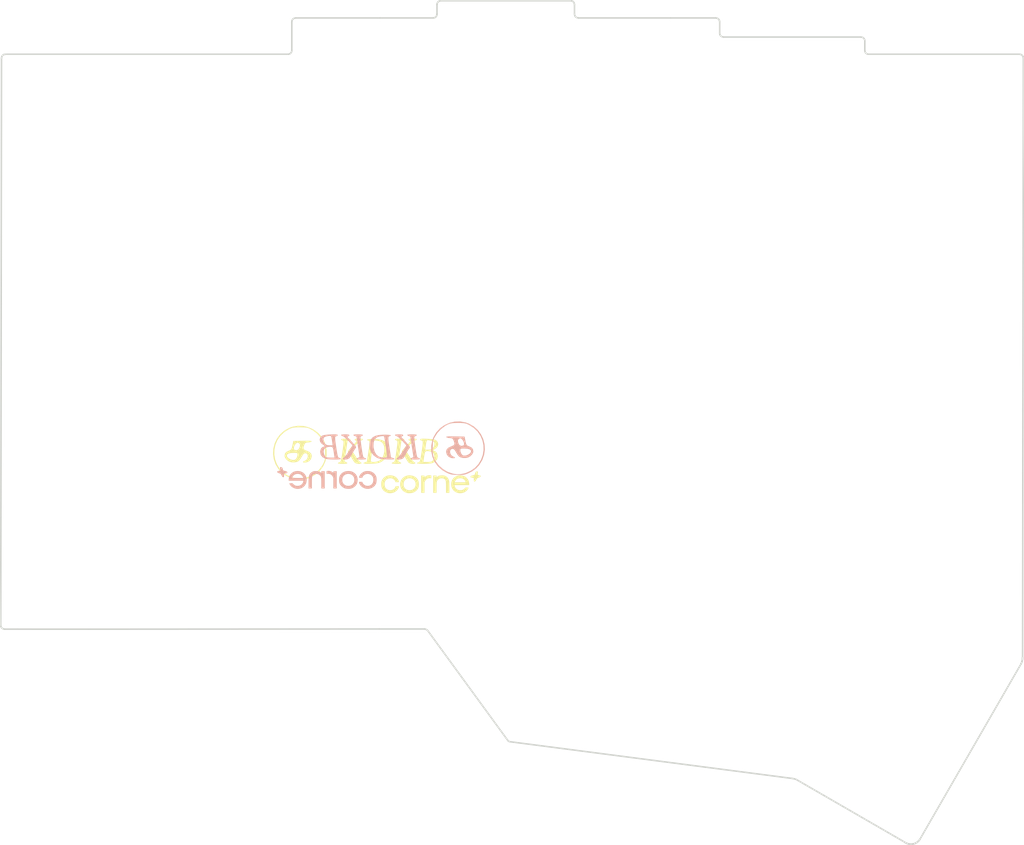
<source format=kicad_pcb>
(kicad_pcb (version 20240108) (generator "pcbnew") (generator_version "8.0")
  (title_block (title "Corne Light") (date "2020-11-12") (rev "2.0") (company "foostan"))
  (layers (0 "F.Cu" signal) (31 "B.Cu" signal) (34 "B.Paste" user) (35 "F.Paste" user) (36 "B.SilkS" user "B.Silkscreen") (37 "F.SilkS" user "F.Silkscreen") (38 "B.Mask" user) (39 "F.Mask" user) (44 "Edge.Cuts" user))
  (net 0 "")
  (footprint "kbd:corne-logo-horizontal" (layer "F.Cu") (at 68.426286 93.345)
    (property "Reference" "G***" (hide yes))
    (property "Value" "LOGO" (hide yes))
  )
  (footprint "" (layer "F.Cu") (at 31.4625 93.495)
    (property "Reference" "" (at 0 0 0) (layer "F.SilkS") (effects (font (size 1.27 1.27))))
    (property "Value" "")
    (pad "" np_thru_hole circle (at 0 0 180) (size 2.3 2.3) (drill 2.3) (layers "*.Cu" "*.Mask"))
  )
  (footprint "" (layer "F.Cu") (at 74.5125 110.645)
    (property "Reference" "" (at -1.795107 -0.040289 0) (layer "F.SilkS") (effects (font (size 1.27 1.27))))
    (property "Value" "")
    (pad "" np_thru_hole circle (at 0 0 180) (size 2.3 2.3) (drill 2.3) (layers "*.Cu" "*.Mask"))
  )
  (footprint "" (layer "F.Cu") (at 69.4625 48.345)
    (property "Reference" "" (at 0 0 0) (layer "F.SilkS") (effects (font (size 1.27 1.27))))
    (property "Value" "")
    (pad "" np_thru_hole circle (at 0 0 180) (size 2.3 2.3) (drill 2.3) (layers "*.Cu" "*.Mask"))
  )
  (footprint "kdkb_tools:plus" (layer "F.Cu") (at 74.9125 92.245)
    (property "Reference" "G***" (hide yes))
    (property "Value" "LOGO" (hide yes))
  )
  (footprint "kbd:thread_m2" (layer "F.Cu") (at 120.986568 118.537904)
    (property "Reference" "Ref**" (hide yes))
    (property "Value" "Val**" (hide yes))
    (pad "" np_thru_hole circle (at 0 0) (size 2.3 2.3) (drill 2.3) (layers "*.Cu" "*.Mask"))
  )
  (footprint "" (layer "F.Cu") (at 31.5125 55.445)
    (property "Reference" "" (at 0 0 0) (layer "F.SilkS") (effects (font (size 1.27 1.27))))
    (property "Value" "")
    (pad "" np_thru_hole circle (at 0 0 180) (size 2.3 2.3) (drill 2.3) (layers "*.Cu" "*.Mask"))
  )
  (footprint "" (layer "F.Cu") (at 107.4125 51.945)
    (property "Reference" "" (at 0 0 0) (layer "F.SilkS") (effects (font (size 1.27 1.27))))
    (property "Value" "")
    (pad "" np_thru_hole circle (at 0 0 180) (size 2.3 2.3) (drill 2.3) (layers "*.Cu" "*.Mask"))
  )
  (footprint "" (layer "F.Cu") (at 88.4125 86.395)
    (property "Reference" "" (at 0 0 0) (layer "F.SilkS") (effects (font (size 1.27 1.27))))
    (property "Value" "")
    (pad "" np_thru_hole circle (at 0 0 180) (size 2.3 2.3) (drill 2.3) (layers "*.Cu" "*.Mask"))
  )
  (footprint "" (layer "F.Cu") (at 69.4625 48.345)
    (property "Reference" "" (at 0 0 0) (layer "F.SilkS") (effects (font (size 1.27 1.27))))
    (property "Value" "")
    (pad "" np_thru_hole circle (at 0 0 180) (size 2.3 2.3) (drill 2.3) (layers "*.Cu" "*.Mask"))
  )
  (footprint "" (layer "F.Cu") (at 88.4125 86.395)
    (property "Reference" "" (at 0 0 0) (layer "F.SilkS") (effects (font (size 1.27 1.27))))
    (property "Value" "")
    (pad "" np_thru_hole circle (at 0 0 180) (size 2.3 2.3) (drill 2.3) (layers "*.Cu" "*.Mask"))
  )
  (footprint "" (layer "F.Cu") (at 88.4125 86.395)
    (property "Reference" "" (at 0 0 0) (layer "F.SilkS") (effects (font (size 1.27 1.27))))
    (property "Value" "")
    (pad "" np_thru_hole circle (at 0 0 180) (size 2.3 2.3) (drill 2.3) (layers "*.Cu" "*.Mask"))
  )
  (footprint "" (layer "F.Cu") (at 50.5125 74.445)
    (property "Reference" "" (at 0 0 0) (layer "F.SilkS") (effects (font (size 1.27 1.27))))
    (property "Value" "")
    (pad "" np_thru_hole circle (at 0 0 180) (size 2.3 2.3) (drill 2.3) (layers "*.Cu" "*.Mask"))
  )
  (footprint "" (layer "F.Cu") (at 69.4625 48.345)
    (property "Reference" "" (at 0 0 0) (layer "F.SilkS") (effects (font (size 1.27 1.27))))
    (property "Value" "")
    (pad "" np_thru_hole circle (at 0 0 180) (size 2.3 2.3) (drill 2.3) (layers "*.Cu" "*.Mask"))
  )
  (footprint "" (layer "F.Cu") (at 31.4625 93.495)
    (property "Reference" "" (at 0 0 0) (layer "F.SilkS") (effects (font (size 1.27 1.27))))
    (property "Value" "")
    (pad "" np_thru_hole circle (at 0 0 180) (size 2.3 2.3) (drill 2.3) (layers "*.Cu" "*.Mask"))
  )
  (footprint "" (layer "F.Cu") (at 31.4625 93.495)
    (property "Reference" "" (at 0 0 0) (layer "F.SilkS") (effects (font (size 1.27 1.27))))
    (property "Value" "")
    (pad "" np_thru_hole circle (at 0 0 180) (size 2.3 2.3) (drill 2.3) (layers "*.Cu" "*.Mask"))
  )
  (footprint "kdkb_tools:KBKD_name" (layer "F.Cu") (at 68.5125 89.245)
    (property "Reference" "G***" (hide yes))
    (property "Value" "LOGO" (hide yes))
  )
  (footprint "kdkb_tools:KBKD_name" (layer "B.Cu") (at 56.011218 88.675593 180)
    (property "Reference" "G***" (hide yes))
    (property "Value" "LOGO" (hide yes))
  )
  (footprint "kbd:thread_m2" (layer "B.Cu") (at 74.5125 110.645 180)
    (property "Reference" "Ref**" (hide yes))
    (property "Value" "Val**" (hide yes))
    (pad "" np_thru_hole circle (at 0 0 180) (size 2.3 2.3) (drill 2.3) (layers "*.Cu" "*.Mask"))
  )
  (footprint "kbd:thread_m2" (layer "B.Cu") (at 107.4125 51.945 180)
    (property "Reference" "Ref**" (hide yes))
    (property "Value" "Val**" (hide yes))
    (pad "" np_thru_hole circle (at 0 0 180) (size 2.3 2.3) (drill 2.3) (layers "*.Cu" "*.Mask"))
  )
  (footprint "kbd:thread_m2" (layer "B.Cu") (at 50.5125 74.445 180)
    (property "Reference" "Ref**" (hide yes))
    (property "Value" "Val**" (hide yes))
    (pad "" np_thru_hole circle (at 0 0 180) (size 2.3 2.3) (drill 2.3) (layers "*.Cu" "*.Mask"))
  )
  (footprint "kbd:corne-logo-horizontal" (layer "B.Cu") (at 56.097432 92.775593 180)
    (property "Reference" "G***" (hide yes))
    (property "Value" "LOGO" (hide yes))
  )
  (footprint "kbd:thread_m2" (layer "B.Cu") (at 31.4625 93.495 180)
    (property "Reference" "Ref**" (hide yes))
    (property "Value" "Val**" (hide yes))
    (pad "" np_thru_hole circle (at 0 0 180) (size 2.3 2.3) (drill 2.3) (layers "*.Cu" "*.Mask"))
  )
  (footprint "kbd:thread_m2" (layer "B.Cu") (at 88.4125 86.395 180)
    (property "Reference" "Ref**" (hide yes))
    (property "Value" "Val**" (hide yes))
    (pad "" np_thru_hole circle (at 0 0 180) (size 2.3 2.3) (drill 2.3) (layers "*.Cu" "*.Mask"))
  )
  (footprint "kbd:thread_m2" (layer "B.Cu") (at 31.5125 55.445 180)
    (property "Reference" "Ref**" (hide yes))
    (property "Value" "Val**" (hide yes))
    (pad "" np_thru_hole circle (at 0 0 180) (size 2.3 2.3) (drill 2.3) (layers "*.Cu" "*.Mask"))
  )
  (footprint "" (layer "B.Cu") (at 120.986568 118.537904 180)
    (property "Reference" "" (at 0 0 0) (layer "B.SilkS") (effects (font (size 1.27 1.27)) (justify mirror)))
    (property "Value" "")
    (pad "" np_thru_hole circle (at 0 0) (size 2.3 2.3) (drill 2.3) (layers "*.Cu" "*.Mask"))
  )
  (footprint "kdkb_tools:plus" (layer "B.Cu") (at 49.611218 91.675593 180)
    (property "Reference" "G***" (hide yes))
    (property "Value" "LOGO" (hide yes))
  )
  (footprint "kbd:thread_m2" (layer "B.Cu") (at 69.4625 48.345 180)
    (property "Reference" "Ref**" (hide yes))
    (property "Value" "Val**" (hide yes))
    (pad "" np_thru_hole circle (at 0 0 180) (size 2.3 2.3) (drill 2.3) (layers "*.Cu" "*.Mask"))
  )
  (gr_line (start 125.959253 36.781358) (end 126.060853 36.880418) (stroke (width 0.2)) (layer "Edge.Cuts"))
  (gr_line (start 68.61279 112.377582) (end 68.49595 112.291222) (stroke (width 0.2)) (layer "Edge.Cuts"))
  (gr_line (start 87.658631 30.078304) (end 87.529091 30.009724) (stroke (width 0.2)) (layer "Edge.Cuts"))
  (gr_line (start 50.760087 36.778818) (end 50.831207 36.649278) (stroke (width 0.2)) (layer "Edge.Cuts"))
  (gr_line (start 69.360489 32.229682) (end 62.411056 32.229682) (stroke (width 0.2)) (layer "Edge.Cuts"))
  (gr_line (start 88.059951 32.130622) (end 88.19203 32.201742) (stroke (width 0.2)) (layer "Edge.Cuts"))
  (gr_line (start 146.481122 116.231282) (end 146.498902 116.048402) (stroke (width 0.2)) (layer "Edge.Cuts"))
  (gr_line (start 79.420479 126.972407) (end 79.509379 126.980027) (stroke (width 0.2)) (layer "Edge.Cuts"))
  (gr_line (start 88.19203 32.201742) (end 88.35967 32.229682) (stroke (width 0.2)) (layer "Edge.Cuts"))
  (gr_line (start 146.402383 116.551322) (end 146.448102 116.396382) (stroke (width 0.2)) (layer "Edge.Cuts"))
  (gr_line (start 132.257507 140.332794) (end 132.409907 140.281994) (stroke (width 0.2)) (layer "Edge.Cuts"))
  (gr_line (start 133.057606 139.761295) (end 146.283373 116.827657) (stroke (width 0.2)) (layer "Edge.Cuts"))
  (gr_line (start 50.831207 36.649278) (end 50.859147 36.481638) (stroke (width 0.2)) (layer "Edge.Cuts"))
  (gr_line (start 106.360632 32.229682) (end 100.411958 32.229682) (stroke (width 0.2)) (layer "Edge.Cuts"))
  (gr_line (start 50.889627 32.562422) (end 50.859147 32.730062) (stroke (width 0.2)) (layer "Edge.Cuts"))
  (gr_line (start 125.860193 36.479098) (end 125.890673 36.651818) (stroke (width 0.2)) (layer "Edge.Cuts"))
  (gr_line (start 87.358911 29.979244) (end 87.358911 29.979244) (stroke (width 0.2)) (layer "Edge.Cuts"))
  (gr_line (start 87.859291 30.479624) (end 87.831351 30.309444) (stroke (width 0.2)) (layer "Edge.Cuts"))
  (gr_line (start 131.901907 140.378514) (end 132.089867 140.365814) (stroke (width 0.2)) (layer "Edge.Cuts"))
  (gr_line (start 50.358768 36.979478) (end 50.531488 36.951538) (stroke (width 0.2)) (layer "Edge.Cuts"))
  (gr_line (start 116.512062 131.798403) (end 116.339342 131.770463) (stroke (width 0.2)) (layer "Edge.Cuts"))
  (gr_line (start 131.393908 140.279454) (end 131.546307 140.330254) (stroke (width 0.2)) (layer "Edge.Cuts"))
  (gr_line (start 12.859845 112.029602) (end 12.961445 112.131202) (stroke (width 0.2)) (layer "Edge.Cuts"))
  (gr_line (start 107.061672 34.62998) (end 107.191212 34.7011) (stroke (width 0.2)) (layer "Edge.Cuts"))
  (gr_line (start 13.188444 37.009958) (end 13.058905 37.081077) (stroke (width 0.2)) (layer "Edge.Cuts"))
  (gr_line (start 68.49595 112.291222) (end 68.34863 112.237882) (stroke (width 0.2)) (layer "Edge.Cuts"))
  (gr_line (start 132.887056 139.959939) (end 132.983576 139.850719) (stroke (width 0.2)) (layer "Edge.Cuts"))
  (gr_line (start 146.507833 37.180137) (end 146.408773 37.078537) (stroke (width 0.2)) (layer "Edge.Cuts"))
  (gr_line (start 51.359527 32.229682) (end 51.189347 32.260162) (stroke (width 0.2)) (layer "Edge.Cuts"))
  (gr_line (start 68.34863 112.237882) (end 68.25973 112.21) (stroke (width 0.2)) (layer "Edge.Cuts"))
  (gr_line (start 69.860868 31.729303) (end 69.860868 31.729303) (stroke (width 0.2)) (layer "Edge.Cuts"))
  (gr_line (start 12.959845 37.182677) (end 12.888725 37.312217) (stroke (width 0.2)) (layer "Edge.Cuts"))
  (gr_line (start 87.529091 30.009724) (end 87.358911 29.979244) (stroke (width 0.2)) (layer "Edge.Cuts"))
  (gr_line (start 62.411056 32.229682) (end 51.359527 32.229682) (stroke (width 0.2)) (layer "Edge.Cuts"))
  (gr_line (start 69.959928 30.182444) (end 69.888808 30.311984) (stroke (width 0.2)) (layer "Edge.Cuts"))
  (gr_line (start 132.539076 140.219018) (end 132.666076 140.145358) (stroke (width 0.2)) (layer "Edge.Cuts"))
  (gr_line (start 69.860868 30.479624) (end 69.858328 31.729303) (stroke (width 0.2)) (layer "Edge.Cuts"))
  (gr_line (start 70.188528 30.009724) (end 70.058988 30.080844) (stroke (width 0.2)) (layer "Edge.Cuts"))
  (gr_line (start 68.61279 112.377582) (end 79.156319 126.832708) (stroke (width 0.2)) (layer "Edge.Cuts"))
  (gr_line (start 87.889771 31.902023) (end 87.960891 32.031562) (stroke (width 0.2)) (layer "Edge.Cuts"))
  (gr_line (start 87.859291 31.729303) (end 87.859291 30.479624) (stroke (width 0.2)) (layer "Edge.Cuts"))
  (gr_line (start 69.660209 32.130622) (end 69.761809 32.029022) (stroke (width 0.2)) (layer "Edge.Cuts"))
  (gr_line (start 70.058988 30.080844) (end 69.959928 30.182444) (stroke (width 0.2)) (layer "Edge.Cuts"))
  (gr_line (start 88.35967 32.229682) (end 88.35967 32.229682) (stroke (width 0.2)) (layer "Edge.Cuts"))
  (gr_line (start 132.983576 139.850719) (end 133.044536 139.766899) (stroke (width 0.2)) (layer "Edge.Cuts"))
  (gr_line (start 106.759412 32.430342) (end 106.657812 32.328742) (stroke (width 0.2)) (layer "Edge.Cuts"))
  (gr_line (start 146.276693 37.009958) (end 146.109053 36.979478) (stroke (width 0.2)) (layer "Edge.Cuts"))
  (gr_line (start 125.527454 34.75952) (end 125.359814 34.72904) (stroke (width 0.2)) (layer "Edge.Cuts"))
  (gr_line (start 69.888808 30.311984) (end 69.860868 30.479624) (stroke (width 0.2)) (layer "Edge.Cuts"))
  (gr_line (start 146.410373 116.550798) (end 146.458633 116.393318) (stroke (width 0.2)) (layer "Edge.Cuts"))
  (gr_line (start 146.283373 116.827657) (end 146.351953 116.693038) (stroke (width 0.2)) (layer "Edge.Cuts"))
  (gr_line (start 13.261164 112.230262) (end 13.261164 112.230262) (stroke (width 0.2)) (layer "Edge.Cuts"))
  (gr_line (start 146.498902 116.048402) (end 146.501442 115.954422) (stroke (width 0.2)) (layer "Edge.Cuts"))
  (gr_line (start 106.960072 34.53092) (end 107.061672 34.62998) (stroke (width 0.2)) (layer "Edge.Cuts"))
  (gr_line (start 69.860868 30.479624) (end 69.860868 30.479624) (stroke (width 0.2)) (layer "Edge.Cuts"))
  (gr_line (start 126.060853 36.880418) (end 126.190393 36.951538) (stroke (width 0.2)) (layer "Edge.Cuts"))
  (gr_line (start 87.358911 29.979244) (end 70.358708 29.979244) (stroke (width 0.2)) (layer "Edge.Cuts"))
  (gr_line (start 13.058905 37.081077) (end 12.959845 37.182677) (stroke (width 0.2)) (layer "Edge.Cuts"))
  (gr_line (start 68.25973 112.21) (end 62.300896 112.21) (stroke (width 0.2)) (layer "Edge.Cuts"))
  (gr_line (start 146.351953 116.693038) (end 146.410373 116.550798) (stroke (width 0.2)) (layer "Edge.Cuts"))
  (gr_line (start 146.509433 116.040258) (end 146.509433 115.956438) (stroke (width 0.2)) (layer "Edge.Cuts"))
  (gr_line (start 51.059807 32.331282) (end 50.958207 32.432882) (stroke (width 0.2)) (layer "Edge.Cuts"))
  (gr_line (start 106.830532 32.559882) (end 106.759412 32.430342) (stroke (width 0.2)) (layer "Edge.Cuts"))
  (gr_line (start 132.905206 139.951795) (end 132.999186 139.842575) (stroke (width 0.2)) (layer "Edge.Cuts"))
  (gr_line (start 132.246976 140.333318) (end 132.401916 140.282518) (stroke (width 0.2)) (layer "Edge.Cuts"))
  (gr_line (start 132.782916 140.058999) (end 132.887056 139.959939) (stroke (width 0.2)) (layer "Edge.Cuts"))
  (gr_line (start 132.554686 140.215954) (end 132.679146 140.142294) (stroke (width 0.2)) (layer "Edge.Cuts"))
  (gr_line (start 87.859291 31.729303) (end 87.889771 31.902023) (stroke (width 0.2)) (layer "Edge.Cuts"))
  (gr_line (start 13.4725 36.979478) (end 13.188444 37.009958) (stroke (width 0.2)) (layer "Edge.Cuts"))
  (gr_line (start 100.411958 32.229682) (end 88.35967 32.229682) (stroke (width 0.2)) (layer "Edge.Cuts"))
  (gr_line (start 12.860785 37.479857) (end 12.760785 111.729883) (stroke (width 0.2)) (layer "Edge.Cuts"))
  (gr_line (start 79.509379 126.980027) (end 116.179323 131.750143) (stroke (width 0.2)) (layer "Edge.Cuts"))
  (gr_line (start 131.129748 140.142294) (end 131.254208 140.215954) (stroke (width 0.2)) (layer "Edge.Cuts"))
  (gr_line (start 131.246217 140.216478) (end 131.383377 140.279978) (stroke (width 0.2)) (layer "Edge.Cuts"))
  (gr_line (start 132.666076 140.145358) (end 132.782916 140.058999) (stroke (width 0.2)) (layer "Edge.Cuts"))
  (gr_line (start 50.859147 36.481638) (end 50.859147 36.479098) (stroke (width 0.2)) (layer "Edge.Cuts"))
  (gr_line (start 146.609433 37.479857) (end 146.509433 115.956438) (stroke (width 0.2)) (layer "Edge.Cuts"))
  (gr_line (start 131.891377 140.379038) (end 132.079337 140.366338) (stroke (width 0.2)) (layer "Edge.Cuts"))
  (gr_line (start 69.830389 31.899483) (end 69.860868 31.729303) (stroke (width 0.2)) (layer "Edge.Cuts"))
  (gr_line (start 107.191212 34.7011) (end 107.358851 34.72904) (stroke (width 0.2)) (layer "Edge.Cuts"))
  (gr_line (start 70.358708 29.979244) (end 70.188528 30.009724) (stroke (width 0.2)) (layer "Edge.Cuts"))
  (gr_line (start 50.958207 32.432882) (end 50.889627 32.562422) (stroke (width 0.2)) (layer "Edge.Cuts"))
  (gr_line (start 69.761809 32.029022) (end 69.830389 31.899483) (stroke (width 0.2)) (layer "Edge.Cuts"))
  (gr_line (start 126.360573 36.979478) (end 126.360573 36.979478) (stroke (width 0.2)) (layer "Edge.Cuts"))
  (gr_line (start 106.888952 34.40138) (end 106.960072 34.53092) (stroke (width 0.2)) (layer "Edge.Cuts"))
  (gr_line (start 116.834642 131.879683) (end 116.677162 131.836503) (stroke (width 0.2)) (layer "Edge.Cuts"))
  (gr_line (start 116.677162 131.836503) (end 116.512062 131.798403) (stroke (width 0.2)) (layer "Edge.Cuts"))
  (gr_line (start 146.491653 116.225678) (end 146.509433 116.040258) (stroke (width 0.2)) (layer "Edge.Cuts"))
  (gr_line (start 106.861012 34.2312) (end 106.861012 32.730062) (stroke (width 0.2)) (layer "Edge.Cuts"))
  (gr_line (start 116.339342 131.770463) (end 116.179323 131.750143) (stroke (width 0.2)) (layer "Edge.Cuts"))
  (gr_line (start 131.713947 140.365814) (end 131.901907 140.378514) (stroke (width 0.2)) (layer "Edge.Cuts"))
  (gr_line (start 125.359814 34.72904) (end 107.358851 34.72904) (stroke (width 0.2)) (layer "Edge.Cuts"))
  (gr_line (start 125.860193 35.229419) (end 125.829713 35.059239) (stroke (width 0.2)) (layer "Edge.Cuts"))
  (gr_line (start 69.530669 32.201742) (end 69.660209 32.130622) (stroke (width 0.2)) (layer "Edge.Cuts"))
  (gr_line (start 125.890673 36.651818) (end 125.959253 36.781358) (stroke (width 0.2)) (layer "Edge.Cuts"))
  (gr_line (start 146.578953 37.309677) (end 146.507833 37.180137) (stroke (width 0.2)) (layer "Edge.Cuts"))
  (gr_line (start 106.657812 32.328742) (end 106.528272 32.260162) (stroke (width 0.2)) (layer "Edge.Cuts"))
  (gr_line (start 79.156319 126.832708) (end 79.270619 126.919068) (stroke (width 0.2)) (layer "Edge.Cuts"))
  (gr_line (start 146.609433 37.479857) (end 146.578953 37.309677) (stroke (width 0.2)) (layer "Edge.Cuts"))
  (gr_line (start 132.079337 140.366338) (end 132.246976 140.333318) (stroke (width 0.2)) (layer "Edge.Cuts"))
  (gr_line (start 132.679146 140.142294) (end 132.801066 140.048315) (stroke (width 0.2)) (layer "Edge.Cuts"))
  (gr_line (start 132.089867 140.365814) (end 132.257507 140.332794) (stroke (width 0.2)) (layer "Edge.Cuts"))
  (gr_line (start 50.661027 36.880418) (end 50.760087 36.778818) (stroke (width 0.2)) (layer "Edge.Cuts"))
  (gr_line (start 131.546307 140.330254) (end 131.713947 140.365814) (stroke (width 0.2)) (layer "Edge.Cuts"))
  (gr_line (start 132.801066 140.048315) (end 132.905206 139.951795) (stroke (width 0.2)) (layer "Edge.Cuts"))
  (gr_line (start 87.831351 30.309444) (end 87.760231 30.179904) (stroke (width 0.2)) (layer "Edge.Cuts"))
  (gr_line (start 12.961445 112.131202) (end 13.090984 112.199782) (stroke (width 0.2)) (layer "Edge.Cuts"))
  (gr_line (start 146.458633 116.393318) (end 146.491653 116.225678) (stroke (width 0.2)) (layer "Edge.Cuts"))
  (gr_line (start 132.401916 140.282518) (end 132.539076 140.219018) (stroke (width 0.2)) (layer "Edge.Cuts"))
  (gr_line (start 146.341423 116.696102) (end 146.402383 116.551322) (stroke (width 0.2)) (layer "Edge.Cuts"))
  (gr_line (start 79.270619 126.919068) (end 79.420479 126.972407) (stroke (width 0.2)) (layer "Edge.Cuts"))
  (gr_line (start 131.703417 140.363798) (end 131.891377 140.379038) (stroke (width 0.2)) (layer "Edge.Cuts"))
  (gr_line (start 125.758593 34.9297) (end 125.659533 34.83064) (stroke (width 0.2)) (layer "Edge.Cuts"))
  (gr_line (start 131.119218 140.140278) (end 131.246217 140.216478) (stroke (width 0.2)) (layer "Edge.Cuts"))
  (gr_line (start 50.859147 32.730062) (end 50.859147 36.479098) (stroke (width 0.2)) (layer "Edge.Cuts"))
  (gr_line (start 125.860193 35.229419) (end 125.860193 36.479098) (stroke (width 0.2)) (layer "Edge.Cuts"))
  (gr_line (start 106.861012 34.2312) (end 106.888952 34.40138) (stroke (width 0.2)) (layer "Edge.Cuts"))
  (gr_line (start 24.310153 112.235342) (end 62.300896 112.21) (stroke (width 0.2)) (layer "Edge.Cuts"))
  (gr_line (start 50.531488 36.951538) (end 50.661027 36.880418) (stroke (width 0.2)) (layer "Edge.Cuts"))
  (gr_line (start 12.760785 111.729883) (end 12.788725 111.900062) (stroke (width 0.2)) (layer "Edge.Cuts"))
  (gr_line (start 125.829713 35.059239) (end 125.758593 34.9297) (stroke (width 0.2)) (layer "Edge.Cuts"))
  (gr_line (start 125.659533 34.83064) (end 125.527454 34.75952) (stroke (width 0.2)) (layer "Edge.Cuts"))
  (gr_line (start 12.788725 111.900062) (end 12.859845 112.029602) (stroke (width 0.2)) (layer "Edge.Cuts"))
  (gr_line (start 51.189347 32.260162) (end 51.059807 32.331282) (stroke (width 0.2)) (layer "Edge.Cuts"))
  (gr_line (start 12.860785 37.479857) (end 12.860785 37.479857) (stroke (width 0.2)) (layer "Edge.Cuts"))
  (gr_line (start 13.090984 112.199782) (end 13.261164 112.230262) (stroke (width 0.2)) (layer "Edge.Cuts"))
  (gr_line (start 50.358768 36.979478) (end 13.4725 36.979478) (stroke (width 0.2)) (layer "Edge.Cuts"))
  (gr_line (start 69.360489 32.229682) (end 69.530669 32.201742) (stroke (width 0.2)) (layer "Edge.Cuts"))
  (gr_line (start 133.055066 139.766375) (end 133.057606 139.761295) (stroke (width 0.2)) (layer "Edge.Cuts"))
  (gr_line (start 131.254208 140.215954) (end 131.393908 140.279454) (stroke (width 0.2)) (layer "Edge.Cuts"))
  (gr_line (start 116.834642 131.879683) (end 131.129748 140.142294) (stroke (width 0.2)) (layer "Edge.Cuts"))
  (gr_line (start 87.760231 30.179904) (end 87.658631 30.078304) (stroke (width 0.2)) (layer "Edge.Cuts"))
  (gr_line (start 131.535777 140.330778) (end 131.703417 140.363798) (stroke (width 0.2)) (layer "Edge.Cuts"))
  (gr_line (start 146.272843 116.828181) (end 146.341423 116.696102) (stroke (width 0.2)) (layer "Edge.Cuts"))
  (gr_line (start 132.409907 140.281994) (end 132.554686 140.215954) (stroke (width 0.2)) (layer "Edge.Cuts"))
  (gr_line (start 133.044536 139.766899) (end 133.049616 139.761819) (stroke (width 0.2)) (layer "Edge.Cuts"))
  (gr_line (start 146.408773 37.078537) (end 146.276693 37.009958) (stroke (width 0.2)) (layer "Edge.Cuts"))
  (gr_line (start 146.109053 36.979478) (end 126.360573 36.979478) (stroke (width 0.2)) (layer "Edge.Cuts"))
  (gr_line (start 24.310153 112.235342) (end 13.261164 112.230262) (stroke (width 0.2)) (layer "Edge.Cuts"))
  (gr_line (start 132.999186 139.842575) (end 133.055066 139.766375) (stroke (width 0.2)) (layer "Edge.Cuts"))
  (gr_line (start 131.383377 140.279978) (end 131.535777 140.330778) (stroke (width 0.2)) (layer "Edge.Cuts"))
  (gr_line (start 106.861012 32.730062) (end 106.830532 32.559882) (stroke (width 0.2)) (layer "Edge.Cuts"))
  (gr_line (start 12.888725 37.312217) (end 12.860785 37.479857) (stroke (width 0.2)) (layer "Edge.Cuts"))
  (gr_line (start 146.448102 116.396382) (end 146.481122 116.231282) (stroke (width 0.2)) (layer "Edge.Cuts"))
  (gr_line (start 126.190393 36.951538) (end 126.360573 36.979478) (stroke (width 0.2)) (layer "Edge.Cuts"))
  (gr_line (start 106.528272 32.260162) (end 106.360632 32.229682) (stroke (width 0.2)) (layer "Edge.Cuts"))
  (gr_line (start 87.960891 32.031562) (end 88.059951 32.130622) (stroke (width 0.2)) (layer "Edge.Cuts"))
)
</source>
